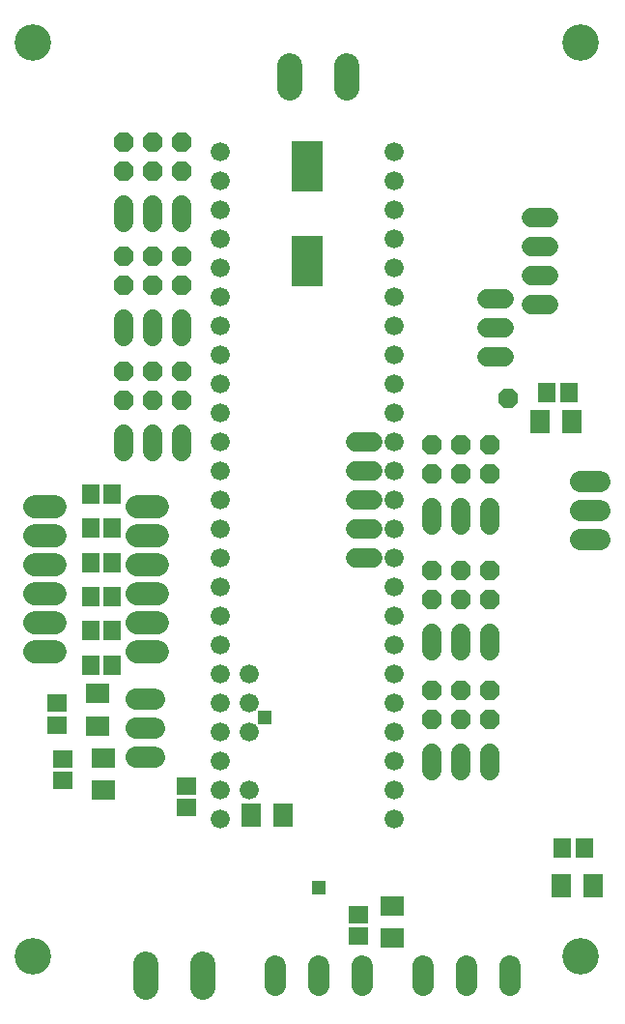
<source format=gbs>
G75*
%MOIN*%
%OFA0B0*%
%FSLAX25Y25*%
%IPPOS*%
%LPD*%
%AMOC8*
5,1,8,0,0,1.08239X$1,22.5*
%
%ADD10R,0.06706X0.05918*%
%ADD11R,0.07887X0.07099*%
%ADD12C,0.06800*%
%ADD13OC8,0.06800*%
%ADD14C,0.06600*%
%ADD15R,0.07099X0.07887*%
%ADD16R,0.05918X0.06706*%
%ADD17C,0.12611*%
%ADD18C,0.08600*%
%ADD19C,0.07400*%
%ADD20C,0.07887*%
%ADD21R,0.10643X0.17729*%
%ADD22R,0.04762X0.04762*%
D10*
X0299838Y0287239D03*
X0299838Y0294720D03*
X0297672Y0306334D03*
X0297672Y0313814D03*
X0342357Y0285468D03*
X0342357Y0277987D03*
X0401806Y0240980D03*
X0401806Y0233499D03*
D11*
X0413617Y0232909D03*
X0413617Y0243932D03*
X0313814Y0283893D03*
X0313814Y0294917D03*
X0311846Y0306137D03*
X0311846Y0317161D03*
D12*
X0320940Y0400775D02*
X0320940Y0406775D01*
X0330940Y0406775D02*
X0330940Y0400775D01*
X0340940Y0400775D02*
X0340940Y0406775D01*
X0340940Y0440145D02*
X0340940Y0446145D01*
X0330940Y0446145D02*
X0330940Y0440145D01*
X0320940Y0440145D02*
X0320940Y0446145D01*
X0320940Y0479515D02*
X0320940Y0485515D01*
X0330940Y0485515D02*
X0330940Y0479515D01*
X0340940Y0479515D02*
X0340940Y0485515D01*
X0400775Y0404090D02*
X0406775Y0404090D01*
X0406775Y0394090D02*
X0400775Y0394090D01*
X0400775Y0384090D02*
X0406775Y0384090D01*
X0406775Y0374090D02*
X0400775Y0374090D01*
X0400775Y0364090D02*
X0406775Y0364090D01*
X0427239Y0375184D02*
X0427239Y0381184D01*
X0437239Y0381184D02*
X0437239Y0375184D01*
X0447239Y0375184D02*
X0447239Y0381184D01*
X0447239Y0337877D02*
X0447239Y0331877D01*
X0437239Y0331877D02*
X0437239Y0337877D01*
X0427239Y0337877D02*
X0427239Y0331877D01*
X0427239Y0296539D02*
X0427239Y0290539D01*
X0437239Y0290539D02*
X0437239Y0296539D01*
X0447239Y0296539D02*
X0447239Y0290539D01*
X0446050Y0433145D02*
X0452050Y0433145D01*
X0452050Y0443145D02*
X0446050Y0443145D01*
X0446050Y0453145D02*
X0452050Y0453145D01*
X0461602Y0451373D02*
X0467602Y0451373D01*
X0467602Y0461373D02*
X0461602Y0461373D01*
X0461602Y0471373D02*
X0467602Y0471373D01*
X0467602Y0481373D02*
X0461602Y0481373D01*
D13*
X0453578Y0419129D03*
X0447239Y0402869D03*
X0437239Y0402869D03*
X0427239Y0402869D03*
X0427239Y0392869D03*
X0437239Y0392869D03*
X0447239Y0392869D03*
X0447239Y0359562D03*
X0437239Y0359562D03*
X0427239Y0359562D03*
X0427239Y0349562D03*
X0437239Y0349562D03*
X0447239Y0349562D03*
X0447239Y0318224D03*
X0437239Y0318224D03*
X0437239Y0308224D03*
X0447239Y0308224D03*
X0427239Y0308224D03*
X0427239Y0318224D03*
X0340940Y0418460D03*
X0340940Y0428460D03*
X0330940Y0428460D03*
X0330940Y0418460D03*
X0320940Y0418460D03*
X0320940Y0428460D03*
X0320940Y0457830D03*
X0320940Y0467830D03*
X0330940Y0467830D03*
X0340940Y0467830D03*
X0340940Y0457830D03*
X0330940Y0457830D03*
X0330940Y0497200D03*
X0330940Y0507200D03*
X0340940Y0507200D03*
X0340940Y0497200D03*
X0320940Y0497200D03*
X0320940Y0507200D03*
D14*
X0354090Y0504090D03*
X0354090Y0494090D03*
X0354090Y0484090D03*
X0354090Y0474090D03*
X0354090Y0464090D03*
X0354090Y0454090D03*
X0354090Y0444090D03*
X0354090Y0434090D03*
X0354090Y0424090D03*
X0354090Y0414090D03*
X0354090Y0404090D03*
X0354090Y0394090D03*
X0354090Y0384090D03*
X0354090Y0374090D03*
X0354090Y0364090D03*
X0354090Y0354090D03*
X0354090Y0344090D03*
X0354090Y0334090D03*
X0354090Y0324090D03*
X0364090Y0324090D03*
X0364090Y0314090D03*
X0354090Y0314090D03*
X0354090Y0304090D03*
X0364090Y0304090D03*
X0354090Y0294090D03*
X0354090Y0284090D03*
X0364090Y0284090D03*
X0354090Y0274090D03*
X0414090Y0274090D03*
X0414090Y0284090D03*
X0414090Y0294090D03*
X0414090Y0304090D03*
X0414090Y0314090D03*
X0414090Y0324090D03*
X0414090Y0334090D03*
X0414090Y0344090D03*
X0414090Y0354090D03*
X0414090Y0364090D03*
X0414090Y0374090D03*
X0414090Y0384090D03*
X0414090Y0394090D03*
X0414090Y0404090D03*
X0414090Y0414090D03*
X0414090Y0424090D03*
X0414090Y0434090D03*
X0414090Y0444090D03*
X0414090Y0454090D03*
X0414090Y0464090D03*
X0414090Y0474090D03*
X0414090Y0484090D03*
X0414090Y0494090D03*
X0414090Y0504090D03*
D15*
X0464405Y0410861D03*
X0475428Y0410861D03*
X0375822Y0275231D03*
X0364798Y0275231D03*
X0471885Y0251019D03*
X0482909Y0251019D03*
D16*
X0479759Y0264011D03*
X0472279Y0264011D03*
X0316964Y0327003D03*
X0309483Y0327003D03*
X0309483Y0338814D03*
X0316964Y0338814D03*
X0316964Y0350625D03*
X0309483Y0350625D03*
X0309483Y0362436D03*
X0316964Y0362436D03*
X0316964Y0374247D03*
X0309483Y0374247D03*
X0309483Y0386058D03*
X0316964Y0386058D03*
X0466964Y0420901D03*
X0474444Y0420901D03*
D17*
X0289602Y0226609D03*
X0478578Y0226609D03*
X0478578Y0541570D03*
X0289602Y0541570D03*
D18*
X0378227Y0533659D02*
X0378227Y0525859D01*
X0397927Y0525859D02*
X0397927Y0533659D01*
X0348320Y0223817D02*
X0348320Y0216017D01*
X0328620Y0216017D02*
X0328620Y0223817D01*
D19*
X0373027Y0223217D02*
X0373027Y0216617D01*
X0388027Y0216617D02*
X0388027Y0223217D01*
X0403027Y0223217D02*
X0403027Y0216617D01*
X0424208Y0216617D02*
X0424208Y0223217D01*
X0439208Y0223217D02*
X0439208Y0216617D01*
X0454208Y0216617D02*
X0454208Y0223217D01*
X0331642Y0295350D02*
X0325042Y0295350D01*
X0325042Y0305350D02*
X0331642Y0305350D01*
X0331642Y0315350D02*
X0325042Y0315350D01*
X0478585Y0370153D02*
X0485185Y0370153D01*
X0485185Y0380153D02*
X0478585Y0380153D01*
X0478585Y0390153D02*
X0485185Y0390153D01*
D20*
X0332515Y0381531D02*
X0325428Y0381531D01*
X0325428Y0371531D02*
X0332515Y0371531D01*
X0332515Y0361531D02*
X0325428Y0361531D01*
X0325428Y0351531D02*
X0332515Y0351531D01*
X0332515Y0341531D02*
X0325428Y0341531D01*
X0325428Y0331531D02*
X0332515Y0331531D01*
X0297082Y0331531D02*
X0289995Y0331531D01*
X0289995Y0341531D02*
X0297082Y0341531D01*
X0297082Y0351531D02*
X0289995Y0351531D01*
X0289995Y0361531D02*
X0297082Y0361531D01*
X0297082Y0371531D02*
X0289995Y0371531D01*
X0289995Y0381531D02*
X0297082Y0381531D01*
D21*
X0384090Y0466176D03*
X0384090Y0498854D03*
D22*
X0369523Y0309090D03*
X0388027Y0250231D03*
M02*

</source>
